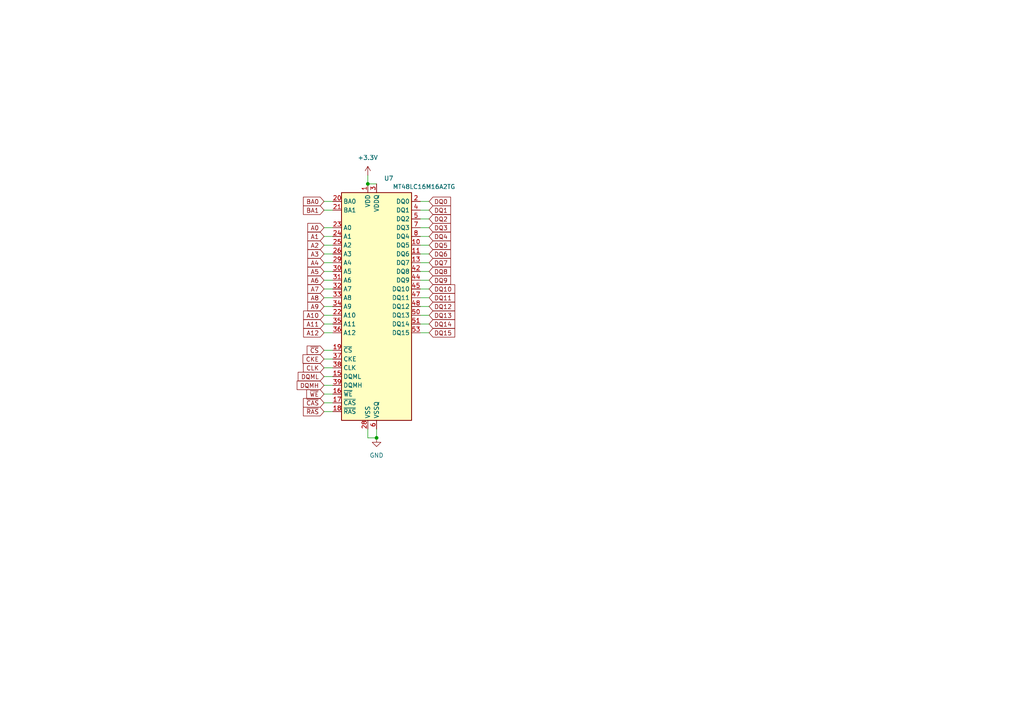
<source format=kicad_sch>
(kicad_sch (version 20250114) (generator "eeschema") (generator_version "9.0")
  (paper "A4")
  (lib_symbols
    (symbol "Memory_RAM:MT48LC16M16A2TG"
      (property "Reference" "U" (at -8.89 34.29 0))
      (property "Value" "MT48LC16M16A2TG" (at 8.89 34.29 0))
      (symbol "MT48LC16M16A2TG_0_1"
        (rectangle (start -10.16 33.02) (end 10.16 -33.02) (stroke (width 0.254)) (fill (type background)))
      )
      (symbol "MT48LC16M16A2TG_1_1"
        (pin input line (at -12.7 30.48 0) (length 2.54) (name "BA0") (number "20"))
        (pin input line (at -12.7 27.94 0) (length 2.54) (name "BA1") (number "21"))
        (pin input line (at -12.7 22.86 0) (length 2.54) (name "A0") (number "23"))
        (pin input line (at -12.7 20.32 0) (length 2.54) (name "A1") (number "24"))
        (pin input line (at -12.7 17.78 0) (length 2.54) (name "A2") (number "25"))
        (pin input line (at -12.7 15.24 0) (length 2.54) (name "A3") (number "26"))
        (pin input line (at -12.7 12.7 0) (length 2.54) (name "A4") (number "29"))
        (pin input line (at -12.7 10.16 0) (length 2.54) (name "A5") (number "30"))
        (pin input line (at -12.7 7.62 0) (length 2.54) (name "A6") (number "31"))
        (pin input line (at -12.7 5.08 0) (length 2.54) (name "A7") (number "32"))
        (pin input line (at -12.7 2.54 0) (length 2.54) (name "A8") (number "33"))
        (pin input line (at -12.7 0 0) (length 2.54) (name "A9") (number "34"))
        (pin input line (at -12.7 -2.54 0) (length 2.54) (name "A10") (number "22"))
        (pin input line (at -12.7 -5.08 0) (length 2.54) (name "A11") (number "35"))
        (pin input line (at -12.7 -7.62 0) (length 2.54) (name "A12") (number "36"))
        (pin input line (at -12.7 -12.7 0) (length 2.54) (name "~{CS}") (number "19"))
        (pin input line (at -12.7 -15.24 0) (length 2.54) (name "CKE") (number "37"))
        (pin input line (at -12.7 -17.78 0) (length 2.54) (name "CLK") (number "38"))
        (pin input line (at -12.7 -20.32 0) (length 2.54) (name "DQML") (number "15"))
        (pin input line (at -12.7 -22.86 0) (length 2.54) (name "DQMH") (number "39"))
        (pin input line (at -12.7 -25.4 0) (length 2.54) (name "~{WE}") (number "16"))
        (pin input line (at -12.7 -27.94 0) (length 2.54) (name "~{CAS}") (number "17"))
        (pin input line (at -12.7 -30.48 0) (length 2.54) (name "~{RAS}") (number "18"))
        (pin power_in line (at -2.54 35.56 270) (length 2.54) (name "VDD") (number "1"))
        (pin passive line (at -2.54 35.56 270) (length 2.54) (hide yes) (name "VDD") (number "14"))
        (pin passive line (at -2.54 35.56 270) (length 2.54) (hide yes) (name "VDD") (number "27"))
        (pin power_in line (at -2.54 -35.56 90) (length 2.54) (name "VSS") (number "28"))
        (pin passive line (at -2.54 -35.56 90) (length 2.54) (hide yes) (name "VSS") (number "41"))
        (pin passive line (at -2.54 -35.56 90) (length 2.54) (hide yes) (name "VSS") (number "54"))
        (pin power_in line (at 0 35.56 270) (length 2.54) (name "VDDQ") (number "3"))
        (pin passive line (at 0 35.56 270) (length 2.54) (hide yes) (name "VDDQ") (number "43"))
        (pin passive line (at 0 35.56 270) (length 2.54) (hide yes) (name "VDDQ") (number "49"))
        (pin passive line (at 0 35.56 270) (length 2.54) (hide yes) (name "VDDQ") (number "9"))
        (pin passive line (at 0 -35.56 90) (length 2.54) (hide yes) (name "VSSQ") (number "12"))
        (pin passive line (at 0 -35.56 90) (length 2.54) (hide yes) (name "VSSQ") (number "46"))
        (pin passive line (at 0 -35.56 90) (length 2.54) (hide yes) (name "VSSQ") (number "52"))
        (pin power_in line (at 0 -35.56 90) (length 2.54) (name "VSSQ") (number "6"))
        (pin no_connect line (at 10.16 -20.32 180) (length 2.54) (hide yes) (name "NC") (number "40"))
        (pin bidirectional line (at 12.7 30.48 180) (length 2.54) (name "DQ0") (number "2"))
        (pin bidirectional line (at 12.7 27.94 180) (length 2.54) (name "DQ1") (number "4"))
        (pin bidirectional line (at 12.7 25.4 180) (length 2.54) (name "DQ2") (number "5"))
        (pin bidirectional line (at 12.7 22.86 180) (length 2.54) (name "DQ3") (number "7"))
        (pin bidirectional line (at 12.7 20.32 180) (length 2.54) (name "DQ4") (number "8"))
        (pin bidirectional line (at 12.7 17.78 180) (length 2.54) (name "DQ5") (number "10"))
        (pin bidirectional line (at 12.7 15.24 180) (length 2.54) (name "DQ6") (number "11"))
        (pin bidirectional line (at 12.7 12.7 180) (length 2.54) (name "DQ7") (number "13"))
        (pin bidirectional line (at 12.7 10.16 180) (length 2.54) (name "DQ8") (number "42"))
        (pin bidirectional line (at 12.7 7.62 180) (length 2.54) (name "DQ9") (number "44"))
        (pin bidirectional line (at 12.7 5.08 180) (length 2.54) (name "DQ10") (number "45"))
        (pin bidirectional line (at 12.7 2.54 180) (length 2.54) (name "DQ11") (number "47"))
        (pin bidirectional line (at 12.7 0 180) (length 2.54) (name "DQ12") (number "48"))
        (pin bidirectional line (at 12.7 -2.54 180) (length 2.54) (name "DQ13") (number "50"))
        (pin bidirectional line (at 12.7 -5.08 180) (length 2.54) (name "DQ14") (number "51"))
        (pin bidirectional line (at 12.7 -7.62 180) (length 2.54) (name "DQ15") (number "53"))
      )
    )
    (symbol "power:+3.3V" (power) (pin_numbers (hide yes)) (pin_names (offset 0) (hide yes))
      (property "Value" "+3.3V" (at 0 3.556 0))
      (symbol "+3.3V_0_1"
        (polyline (pts (xy -0.762 1.27) (xy 0 2.54)))
        (polyline (pts (xy 0 2.54) (xy 0.762 1.27)))
        (polyline (pts (xy 0 0) (xy 0 2.54)))
      )
      (symbol "+3.3V_1_1"
        (pin power_in line (at 0 0 90) (length 0) (name "~") (number "1"))
      )
    )
    (symbol "power:GND" (power) (pin_numbers (hide yes)) (pin_names (offset 0) (hide yes))
      (property "Value" "GND" (at 0 -3.81 0))
      (symbol "GND_0_1"
        (polyline (pts (xy 0 0) (xy 0 -1.27) (xy 1.27 -1.27) (xy 0 -2.54) (xy -1.27 -1.27) (xy 0 -1.27)))
      )
      (symbol "GND_1_1"
        (pin power_in line (at 0 0 270) (length 0) (name "~") (number "1"))
      )
    )
  )
  (junction (at 106.68 53.34))
  (junction (at 109.22 127))
  (wire (pts (xy 109.22 127) (xy 109.22 124.46)))
  (wire (pts (xy 124.46 81.28) (xy 121.92 81.28)))
  (wire (pts (xy 124.46 73.66) (xy 121.92 73.66)))
  (wire (pts (xy 124.46 88.9) (xy 121.92 88.9)))
  (wire (pts (xy 124.46 86.36) (xy 121.92 86.36)))
  (wire (pts (xy 124.46 58.42) (xy 121.92 58.42)))
  (wire (pts (xy 93.98 58.42) (xy 96.52 58.42)))
  (wire (pts (xy 93.98 119.38) (xy 96.52 119.38)))
  (wire (pts (xy 124.46 78.74) (xy 121.92 78.74)))
  (wire (pts (xy 93.98 86.36) (xy 96.52 86.36)))
  (wire (pts (xy 93.98 83.82) (xy 96.52 83.82)))
  (wire (pts (xy 93.98 71.12) (xy 96.52 71.12)))
  (wire (pts (xy 93.98 76.2) (xy 96.52 76.2)))
  (wire (pts (xy 124.46 63.5) (xy 121.92 63.5)))
  (wire (pts (xy 124.46 83.82) (xy 121.92 83.82)))
  (wire (pts (xy 124.46 60.96) (xy 121.92 60.96)))
  (wire (pts (xy 93.98 116.84) (xy 96.52 116.84)))
  (wire (pts (xy 124.46 76.2) (xy 121.92 76.2)))
  (wire (pts (xy 93.98 66.04) (xy 96.52 66.04)))
  (wire (pts (xy 106.68 127) (xy 109.22 127)))
  (wire (pts (xy 124.46 71.12) (xy 121.92 71.12)))
  (wire (pts (xy 93.98 81.28) (xy 96.52 81.28)))
  (wire (pts (xy 93.98 73.66) (xy 96.52 73.66)))
  (wire (pts (xy 106.68 124.46) (xy 106.68 127)))
  (wire (pts (xy 124.46 91.44) (xy 121.92 91.44)))
  (wire (pts (xy 124.46 68.58) (xy 121.92 68.58)))
  (wire (pts (xy 93.98 60.96) (xy 96.52 60.96)))
  (wire (pts (xy 93.98 78.74) (xy 96.52 78.74)))
  (wire (pts (xy 93.98 93.98) (xy 96.52 93.98)))
  (wire (pts (xy 93.98 91.44) (xy 96.52 91.44)))
  (wire (pts (xy 93.98 111.76) (xy 96.52 111.76)))
  (wire (pts (xy 93.98 96.52) (xy 96.52 96.52)))
  (wire (pts (xy 93.98 101.6) (xy 96.52 101.6)))
  (wire (pts (xy 93.98 104.14) (xy 96.52 104.14)))
  (wire (pts (xy 93.98 106.68) (xy 96.52 106.68)))
  (wire (pts (xy 93.98 68.58) (xy 96.52 68.58)))
  (wire (pts (xy 106.68 53.34) (xy 109.22 53.34)))
  (wire (pts (xy 106.68 50.8) (xy 106.68 53.34)))
  (wire (pts (xy 93.98 88.9) (xy 96.52 88.9)))
  (wire (pts (xy 93.98 114.3) (xy 96.52 114.3)))
  (wire (pts (xy 124.46 93.98) (xy 121.92 93.98)))
  (wire (pts (xy 124.46 66.04) (xy 121.92 66.04)))
  (wire (pts (xy 93.98 109.22) (xy 96.52 109.22)))
  (wire (pts (xy 124.46 96.52) (xy 121.92 96.52)))
  (global_label "DQ12" (shape input) (at 124.46 88.9 0) (property "Intersheetrefs" "${INTERSHEET_REFS}" (effects (hide yes))))
  (global_label "DQ8" (shape input) (at 124.46 78.74 0) (property "Intersheetrefs" "${INTERSHEET_REFS}" (effects (hide yes))))
  (global_label "A11" (shape input) (at 93.98 93.98 180) (property "Intersheetrefs" "${INTERSHEET_REFS}" (effects (hide yes))))
  (global_label "DQMH" (shape input) (at 93.98 111.76 180) (property "Intersheetrefs" "${INTERSHEET_REFS}" (effects (hide yes))))
  (global_label "~{RAS}" (shape input) (at 93.98 119.38 180) (property "Intersheetrefs" "${INTERSHEET_REFS}" (effects (hide yes))))
  (global_label "DQ0" (shape input) (at 124.46 58.42 0) (property "Intersheetrefs" "${INTERSHEET_REFS}" (effects (hide yes))))
  (global_label "DQML" (shape input) (at 93.98 109.22 180) (property "Intersheetrefs" "${INTERSHEET_REFS}" (effects (hide yes))))
  (global_label "DQ11" (shape input) (at 124.46 86.36 0) (property "Intersheetrefs" "${INTERSHEET_REFS}" (effects (hide yes))))
  (global_label "DQ7" (shape input) (at 124.46 76.2 0) (property "Intersheetrefs" "${INTERSHEET_REFS}" (effects (hide yes))))
  (global_label "A10" (shape input) (at 93.98 91.44 180) (property "Intersheetrefs" "${INTERSHEET_REFS}" (effects (hide yes))))
  (global_label "A6" (shape input) (at 93.98 81.28 180) (property "Intersheetrefs" "${INTERSHEET_REFS}" (effects (hide yes))))
  (global_label "CKE" (shape input) (at 93.98 104.14 180) (property "Intersheetrefs" "${INTERSHEET_REFS}" (effects (hide yes))))
  (global_label "DQ1" (shape input) (at 124.46 60.96 0) (property "Intersheetrefs" "${INTERSHEET_REFS}" (effects (hide yes))))
  (global_label "DQ14" (shape input) (at 124.46 93.98 0) (property "Intersheetrefs" "${INTERSHEET_REFS}" (effects (hide yes))))
  (global_label "CLK" (shape input) (at 93.98 106.68 180) (property "Intersheetrefs" "${INTERSHEET_REFS}" (effects (hide yes))))
  (global_label "A12" (shape input) (at 93.98 96.52 180) (property "Intersheetrefs" "${INTERSHEET_REFS}" (effects (hide yes))))
  (global_label "DQ3" (shape input) (at 124.46 66.04 0) (property "Intersheetrefs" "${INTERSHEET_REFS}" (effects (hide yes))))
  (global_label "DQ15" (shape input) (at 124.46 96.52 0) (property "Intersheetrefs" "${INTERSHEET_REFS}" (effects (hide yes))))
  (global_label "A2" (shape input) (at 93.98 71.12 180) (property "Intersheetrefs" "${INTERSHEET_REFS}" (effects (hide yes))))
  (global_label "A9" (shape input) (at 93.98 88.9 180) (property "Intersheetrefs" "${INTERSHEET_REFS}" (effects (hide yes))))
  (global_label "~{CAS}" (shape input) (at 93.98 116.84 180) (property "Intersheetrefs" "${INTERSHEET_REFS}" (effects (hide yes))))
  (global_label "DQ4" (shape input) (at 124.46 68.58 0) (property "Intersheetrefs" "${INTERSHEET_REFS}" (effects (hide yes))))
  (global_label "A0" (shape input) (at 93.98 66.04 180) (property "Intersheetrefs" "${INTERSHEET_REFS}" (effects (hide yes))))
  (global_label "DQ9" (shape input) (at 124.46 81.28 0) (property "Intersheetrefs" "${INTERSHEET_REFS}" (effects (hide yes))))
  (global_label "DQ5" (shape input) (at 124.46 71.12 0) (property "Intersheetrefs" "${INTERSHEET_REFS}" (effects (hide yes))))
  (global_label "DQ13" (shape input) (at 124.46 91.44 0) (property "Intersheetrefs" "${INTERSHEET_REFS}" (effects (hide yes))))
  (global_label "BA1" (shape input) (at 93.98 60.96 180) (property "Intersheetrefs" "${INTERSHEET_REFS}" (effects (hide yes))))
  (global_label "A5" (shape input) (at 93.98 78.74 180) (property "Intersheetrefs" "${INTERSHEET_REFS}" (effects (hide yes))))
  (global_label "A4" (shape input) (at 93.98 76.2 180) (property "Intersheetrefs" "${INTERSHEET_REFS}" (effects (hide yes))))
  (global_label "A7" (shape input) (at 93.98 83.82 180) (property "Intersheetrefs" "${INTERSHEET_REFS}" (effects (hide yes))))
  (global_label "A3" (shape input) (at 93.98 73.66 180) (property "Intersheetrefs" "${INTERSHEET_REFS}" (effects (hide yes))))
  (global_label "~{CS}" (shape input) (at 93.98 101.6 180) (property "Intersheetrefs" "${INTERSHEET_REFS}" (effects (hide yes))))
  (global_label "DQ6" (shape input) (at 124.46 73.66 0) (property "Intersheetrefs" "${INTERSHEET_REFS}" (effects (hide yes))))
  (global_label "~{WE}" (shape input) (at 93.98 114.3 180) (property "Intersheetrefs" "${INTERSHEET_REFS}" (effects (hide yes))))
  (global_label "BA0" (shape input) (at 93.98 58.42 180) (property "Intersheetrefs" "${INTERSHEET_REFS}" (effects (hide yes))))
  (global_label "A8" (shape input) (at 93.98 86.36 180) (property "Intersheetrefs" "${INTERSHEET_REFS}" (effects (hide yes))))
  (global_label "DQ10" (shape input) (at 124.46 83.82 0) (property "Intersheetrefs" "${INTERSHEET_REFS}" (effects (hide yes))))
  (global_label "A1" (shape input) (at 93.98 68.58 180) (property "Intersheetrefs" "${INTERSHEET_REFS}" (effects (hide yes))))
  (global_label "DQ2" (shape input) (at 124.46 63.5 0) (property "Intersheetrefs" "${INTERSHEET_REFS}" (effects (hide yes))))
  (symbol (lib_id "power:+3.3V") (at 106.68 50.8 0) (unit 1)
    (property "Reference" "#PWR042" (effects (hide yes)))
    (property "Value" "+3.3V" (at 106.68 45.72 0))
    (property "Description" "Power symbol creates a global label with name \"+3.3V\"" (effects (hide yes)))
  )
  (symbol (lib_id "power:GND") (at 109.22 127 0) (unit 1)
    (property "Reference" "#PWR040" (effects (hide yes)))
    (property "Value" "GND" (at 109.22 132.08 0))
    (property "Description" "Power symbol creates a global label with name \"GND\" , ground" (effects (hide yes)))
  )
  (symbol (lib_id "Memory_RAM:MT48LC16M16A2TG") (at 109.22 88.9 0) (unit 1)
    (property "Reference" "U7" (at 111.3633 51.7355 0) (effects (justify left)))
    (property "Value" "MT48LC16M16A2TG" (at 113.9033 54.1598 0) (effects (justify left)))
    (property "Footprint" "footprints:BGA54C80P9X9_800X800X100" (effects (hide yes)))
    (property "Datasheet" "https://www.micron.com/-/media/client/global/documents/products/data-sheet/dram/256mb_sdr.pdf" (effects (hide yes)))
    (property "Description" "256M – (16M x 16 bit) Synchronous DRAM (SDRAM), TSOP-II-54" (effects (hide yes)))
  )
)
</source>
